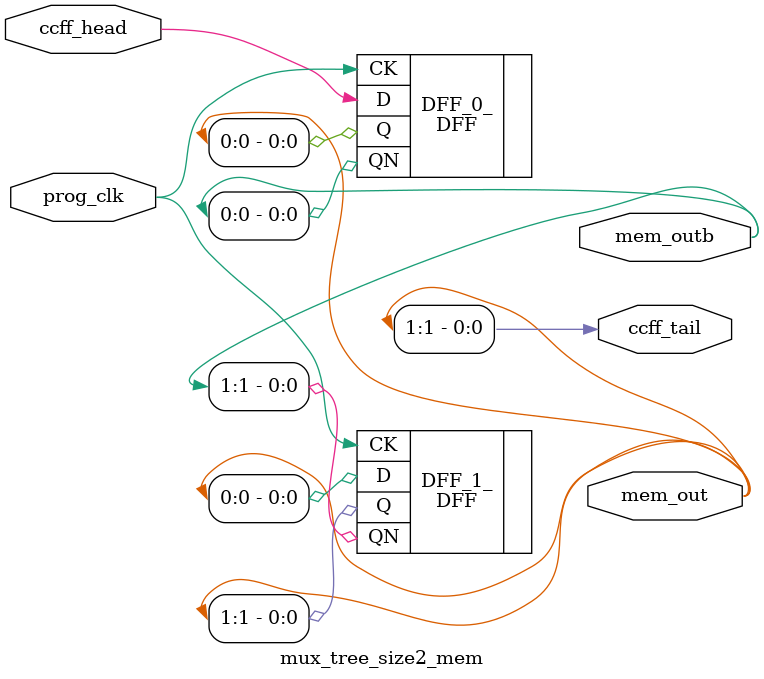
<source format=v>
/*verilator tracing_off*/
// ----- END Verilog module for mux_tree_tapbuf_size13_mem -----

//----- Default net type -----
`default_nettype wire




//----- Default net type -----
`default_nettype wire

// ----- Verilog module for mux_tree_size2_mem -----
module mux_tree_size2_mem(prog_clk,
                          ccff_head,
                          ccff_tail,
                          mem_out,
                          mem_outb);
//----- GLOBAL PORTS -----
input [0:0] prog_clk;
//----- INPUT PORTS -----
input [0:0] ccff_head;
//----- OUTPUT PORTS -----
output [0:0] ccff_tail;
//----- OUTPUT PORTS -----
output [0:1] mem_out;
//----- OUTPUT PORTS -----
output [0:1] mem_outb;

//----- BEGIN wire-connection ports -----
//----- END wire-connection ports -----


//----- BEGIN Registered ports -----
//----- END Registered ports -----



// ----- BEGIN Local short connections -----
// ----- END Local short connections -----
// ----- BEGIN Local output short connections -----
	assign ccff_tail[0] = mem_out[1];
// ----- END Local output short connections -----

	DFF DFF_0_ (
		.CK(prog_clk),
		.D(ccff_head),
		.Q(mem_out[0]),
		.QN(mem_outb[0]));

	DFF DFF_1_ (
		.CK(prog_clk),
		.D(mem_out[0]),
		.Q(mem_out[1]),
		.QN(mem_outb[1]));

endmodule

</source>
